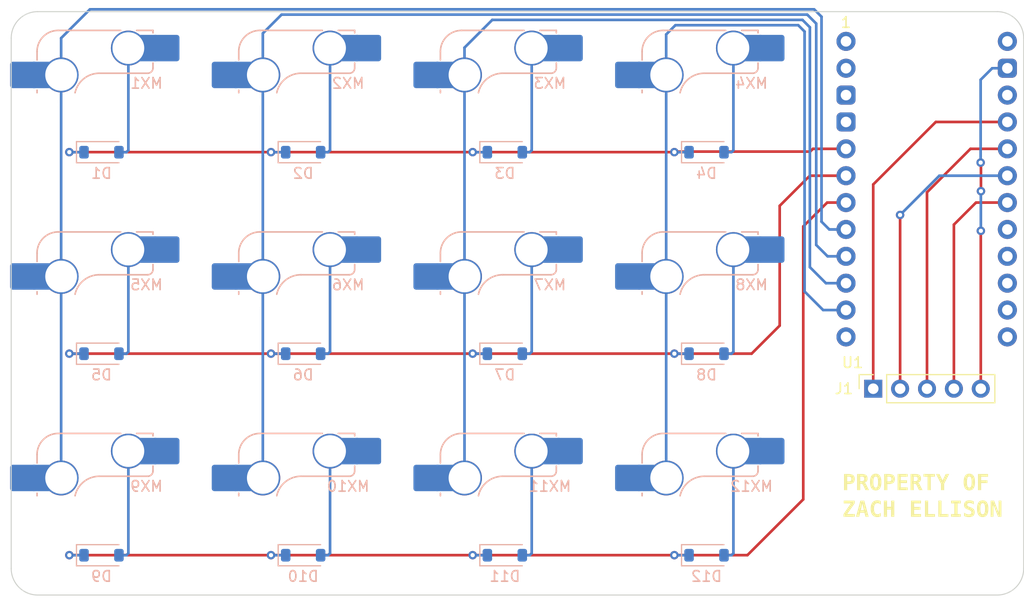
<source format=kicad_pcb>
(kicad_pcb (version 20221018) (generator pcbnew)
  (layers (0 "F.Cu" signal) (31 "B.Cu" signal) (34 "B.Paste" user) (35 "F.Paste" user) (36 "B.SilkS" user "B.Silkscreen") (37 "F.SilkS" user "F.Silkscreen") (38 "B.Mask" user) (39 "F.Mask" user) (44 "Edge.Cuts" user))
  (net 0 "")
  (net 1 "/ROW0")
  (net 2 "Net-(D1-A)")
  (net 3 "Net-(D2-A)")
  (net 4 "Net-(D3-A)")
  (net 5 "Net-(D4-A)")
  (net 6 "/ROW1")
  (net 7 "Net-(D5-A)")
  (net 8 "Net-(D6-A)")
  (net 9 "Net-(D7-A)")
  (net 10 "Net-(D8-A)")
  (net 11 "/ROW2")
  (net 12 "Net-(D9-A)")
  (net 13 "Net-(D10-A)")
  (net 14 "Net-(D11-A)")
  (net 15 "Net-(D12-A)")
  (net 16 "/COL0")
  (net 17 "/COL1")
  (net 18 "/COL2")
  (net 19 "/COL3")
  (net 32 "+3.3V")
  (net 33 "/SDA")
  (net 34 "/SCL")
  (net 35 "/INT")
  (net 36 "GND")
  (footprint "Connector_PinSocket_2.54mm:PinSocket_1x05_P2.54mm_Vertical" (layer "F.Cu") (at 144.33375 91.415 90)
    (fp_text reference "J1" (at 0 -2.77) (layer "F.SilkS"))
    (fp_text value "Conn_01x05_Socket")
    (pad "1" thru_hole rect (at 0 0 90) (size 1.7 1.7) (drill 1) (layers "*.Cu" "*.Mask") (net 32 "+3.3V"))
    (pad "2" thru_hole oval (at 0 2.54 90) (size 1.7 1.7) (drill 1) (layers "*.Cu" "*.Mask") (net 33 "/SDA"))
    (pad "3" thru_hole oval (at 0 5.08 90) (size 1.7 1.7) (drill 1) (layers "*.Cu" "*.Mask") (net 34 "/SCL"))
    (pad "4" thru_hole oval (at 0 7.62 90) (size 1.7 1.7) (drill 1) (layers "*.Cu" "*.Mask") (net 35 "/INT"))
    (pad "5" thru_hole oval (at 0 10.16 90) (size 1.7 1.7) (drill 1) (layers "*.Cu" "*.Mask") (net 36 "GND"))
  )
  (footprint "marbastlib-xp-promicroish:ProMicro_USBup" (layer "F.Cu") (at 149.38375 72.54875)
    (fp_text reference "U1" (at -7 16.4 unlocked) (layer "F.SilkS"))
    (fp_text value "ProMicro")
    (fp_text user "1" (at -7.62 -15.17) (layer "F.SilkS") (effects (justify bottom)))
    (pad "1" thru_hole circle (at -7.62 -13.97) (size 1.8 1.8) (drill 1) (layers "*.Cu" "B.Mask"))
    (pad "2" thru_hole circle (at -7.62 -11.43) (size 1.8 1.8) (drill 1) (layers "*.Cu" "B.Mask"))
    (pad "3" thru_hole roundrect (at -7.62 -8.89) (size 1.8 1.8) (drill 1) (layers "*.Cu" "B.Mask"))
    (pad "4" thru_hole roundrect (at -7.62 -6.35) (size 1.8 1.8) (drill 1) (layers "*.Cu" "B.Mask"))
    (pad "5" thru_hole circle (at -7.62 -3.81) (size 1.8 1.8) (drill 1) (layers "*.Cu" "B.Mask") (net 1 "/ROW0"))
    (pad "6" thru_hole circle (at -7.62 -1.27) (size 1.8 1.8) (drill 1) (layers "*.Cu" "B.Mask") (net 6 "/ROW1"))
    (pad "7" thru_hole circle (at -7.62 1.27) (size 1.8 1.8) (drill 1) (layers "*.Cu" "B.Mask") (net 11 "/ROW2"))
    (pad "8" thru_hole circle (at -7.62 3.81) (size 1.8 1.8) (drill 1) (layers "*.Cu" "B.Mask") (net 16 "/COL0"))
    (pad "9" thru_hole circle (at -7.62 6.35) (size 1.8 1.8) (drill 1) (layers "*.Cu" "B.Mask") (net 17 "/COL1"))
    (pad "10" thru_hole circle (at -7.62 8.89) (size 1.8 1.8) (drill 1) (layers "*.Cu" "B.Mask") (net 18 "/COL2"))
    (pad "11" thru_hole circle (at -7.62 11.43) (size 1.8 1.8) (drill 1) (layers "*.Cu" "B.Mask") (net 19 "/COL3"))
    (pad "12" thru_hole circle (at -7.62 13.97) (size 1.8 1.8) (drill 1) (layers "*.Cu" "B.Mask"))
    (pad "13" thru_hole circle (at 7.62 -13.97) (size 1.8 1.8) (drill 1) (layers "*.Cu" "B.Mask"))
    (pad "14" thru_hole roundrect (at 7.62 -11.43) (size 1.8 1.8) (drill 1) (layers "*.Cu" "B.Mask") (net 36 "GND"))
    (pad "15" thru_hole circle (at 7.62 -8.89) (size 1.8 1.8) (drill 1) (layers "*.Cu" "B.Mask"))
    (pad "16" thru_hole circle (at 7.62 -6.35) (size 1.8 1.8) (drill 1) (layers "*.Cu" "B.Mask") (net 32 "+3.3V"))
    (pad "17" thru_hole circle (at 7.62 -3.81) (size 1.8 1.8) (drill 1) (layers "*.Cu" "B.Mask") (net 34 "/SCL"))
    (pad "18" thru_hole circle (at 7.62 -1.27) (size 1.8 1.8) (drill 1) (layers "*.Cu" "B.Mask") (net 33 "/SDA"))
    (pad "19" thru_hole circle (at 7.62 1.27) (size 1.8 1.8) (drill 1) (layers "*.Cu" "B.Mask") (net 35 "/INT"))
    (pad "20" thru_hole circle (at 7.62 3.81) (size 1.8 1.8) (drill 1) (layers "*.Cu" "B.Mask"))
    (pad "21" thru_hole circle (at 7.62 6.35) (size 1.8 1.8) (drill 1) (layers "*.Cu" "B.Mask"))
    (pad "22" thru_hole circle (at 7.62 8.89) (size 1.8 1.8) (drill 1) (layers "*.Cu" "B.Mask"))
    (pad "23" thru_hole circle (at 7.62 11.43) (size 1.8 1.8) (drill 1) (layers "*.Cu" "B.Mask"))
    (pad "24" thru_hole circle (at 7.62 13.97) (size 1.8 1.8) (drill 1) (layers "*.Cu" "B.Mask"))
  )
  (footprint "marbastlib-mx:SW_MX_HS_1u" (layer "B.Cu") (at 71.4375 64.29375 180)
    (fp_text reference "MX1" (at -4.25 1.75) (layer "B.SilkS") (effects (justify mirror)))
    (fp_text value "MX_SW_HS" hide)
    (pad "" np_thru_hole circle (at -5.08 0 180) (size 1.75 1.75) (drill 1.75) (layers "*.Cu" "*.Mask"))
    (pad "" np_thru_hole circle (at 0 0 180) (size 3.9878 3.9878) (drill 3.9878) (layers "*.Cu" "*.Mask"))
    (pad "" np_thru_hole circle (at 5.08 0 180) (size 1.75 1.75) (drill 1.75) (layers "*.Cu" "*.Mask"))
    (pad "1" thru_hole circle (at 3.81 2.54 180) (size 3.3 3.3) (drill 3) (layers "*.Cu" "*.Mask") (net 16 "/COL0"))
    (pad "1" smd rect (at 5.635 2.54) (size 1.65 2.5) (layers "B.Cu") (net 16 "/COL0"))
    (pad "1" smd roundrect (at 7.36 2.54 180) (size 2.55 2.5) (layers "B.Cu" "B.Paste" "B.Mask") (roundrect_rratio 0.1) (net 16 "/COL0"))
    (pad "2" smd roundrect (at -6.09 5.08 180) (size 2.55 2.5) (layers "B.Cu" "B.Paste" "B.Mask") (roundrect_rratio 0.1) (net 2 "Net-(D1-A)"))
    (pad "2" smd rect (at -4.34 5.08 180) (size 1.65 2.5) (layers "B.Cu") (net 2 "Net-(D1-A)"))
    (pad "2" thru_hole circle (at -2.54 5.08 180) (size 3.3 3.3) (drill 3) (layers "*.Cu" "*.Mask") (net 2 "Net-(D1-A)"))
  )
  (footprint "marbastlib-mx:SW_MX_HS_1u" (layer "B.Cu") (at 71.4375 102.39375 180)
    (fp_text reference "MX9" (at -4.25 1.75) (layer "B.SilkS") (effects (justify mirror)))
    (fp_text value "MX_SW_HS" hide)
    (pad "" np_thru_hole circle (at -5.08 0 180) (size 1.75 1.75) (drill 1.75) (layers "*.Cu" "*.Mask"))
    (pad "" np_thru_hole circle (at 0 0 180) (size 3.9878 3.9878) (drill 3.9878) (layers "*.Cu" "*.Mask"))
    (pad "" np_thru_hole circle (at 5.08 0 180) (size 1.75 1.75) (drill 1.75) (layers "*.Cu" "*.Mask"))
    (pad "1" thru_hole circle (at 3.81 2.54 180) (size 3.3 3.3) (drill 3) (layers "*.Cu" "*.Mask") (net 16 "/COL0"))
    (pad "1" smd rect (at 5.635 2.54) (size 1.65 2.5) (layers "B.Cu") (net 16 "/COL0"))
    (pad "1" smd roundrect (at 7.36 2.54 180) (size 2.55 2.5) (layers "B.Cu" "B.Paste" "B.Mask") (roundrect_rratio 0.1) (net 16 "/COL0"))
    (pad "2" smd roundrect (at -6.09 5.08 180) (size 2.55 2.5) (layers "B.Cu" "B.Paste" "B.Mask") (roundrect_rratio 0.1) (net 12 "Net-(D9-A)"))
    (pad "2" smd rect (at -4.34 5.08 180) (size 1.65 2.5) (layers "B.Cu") (net 12 "Net-(D9-A)"))
    (pad "2" thru_hole circle (at -2.54 5.08 180) (size 3.3 3.3) (drill 3) (layers "*.Cu" "*.Mask") (net 12 "Net-(D9-A)"))
  )
  (footprint "marbastlib-mx:SW_MX_HS_1u" (layer "B.Cu") (at 128.5875 102.39375 180)
    (fp_text reference "MX12" (at -4.25 1.75) (layer "B.SilkS") (effects (justify mirror)))
    (fp_text value "MX_SW_HS" hide)
    (pad "" np_thru_hole circle (at -5.08 0 180) (size 1.75 1.75) (drill 1.75) (layers "*.Cu" "*.Mask"))
    (pad "" np_thru_hole circle (at 0 0 180) (size 3.9878 3.9878) (drill 3.9878) (layers "*.Cu" "*.Mask"))
    (pad "" np_thru_hole circle (at 5.08 0 180) (size 1.75 1.75) (drill 1.75) (layers "*.Cu" "*.Mask"))
    (pad "1" thru_hole circle (at 3.81 2.54 180) (size 3.3 3.3) (drill 3) (layers "*.Cu" "*.Mask") (net 19 "/COL3"))
    (pad "1" smd rect (at 5.635 2.54) (size 1.65 2.5) (layers "B.Cu") (net 19 "/COL3"))
    (pad "1" smd roundrect (at 7.36 2.54 180) (size 2.55 2.5) (layers "B.Cu" "B.Paste" "B.Mask") (roundrect_rratio 0.1) (net 19 "/COL3"))
    (pad "2" smd roundrect (at -6.09 5.08 180) (size 2.55 2.5) (layers "B.Cu" "B.Paste" "B.Mask") (roundrect_rratio 0.1) (net 15 "Net-(D12-A)"))
    (pad "2" smd rect (at -4.34 5.08 180) (size 1.65 2.5) (layers "B.Cu") (net 15 "Net-(D12-A)"))
    (pad "2" thru_hole circle (at -2.54 5.08 180) (size 3.3 3.3) (drill 3) (layers "*.Cu" "*.Mask") (net 15 "Net-(D12-A)"))
  )
  (footprint "Diode_SMD:D_SOD-123" (layer "B.Cu") (at 128.5875 69.05625)
    (fp_text reference "D4" (at 0 2) (layer "B.SilkS") (effects (justify mirror)))
    (fp_text value "D_Small")
    (pad "1" smd roundrect (at -1.65 0) (size 0.9 1.2) (layers "B.Cu" "B.Paste" "B.Mask") (net 1 "/ROW0"))
    (pad "2" smd roundrect (at 1.65 0) (size 0.9 1.2) (layers "B.Cu" "B.Paste" "B.Mask") (net 5 "Net-(D4-A)"))
  )
  (footprint "Diode_SMD:D_SOD-123" (layer "B.Cu") (at 128.5875 88.10625)
    (fp_text reference "D8" (at 0 2) (layer "B.SilkS") (effects (justify mirror)))
    (fp_text value "D_Small")
    (pad "1" smd roundrect (at -1.65 0) (size 0.9 1.2) (layers "B.Cu" "B.Paste" "B.Mask") (net 6 "/ROW1"))
    (pad "2" smd roundrect (at 1.65 0) (size 0.9 1.2) (layers "B.Cu" "B.Paste" "B.Mask") (net 10 "Net-(D8-A)"))
  )
  (footprint "marbastlib-mx:SW_MX_HS_1u" (layer "B.Cu") (at 71.4375 83.34375 180)
    (fp_text reference "MX5" (at -4.25 1.75) (layer "B.SilkS") (effects (justify mirror)))
    (fp_text value "MX_SW_HS" hide)
    (pad "" np_thru_hole circle (at -5.08 0 180) (size 1.75 1.75) (drill 1.75) (layers "*.Cu" "*.Mask"))
    (pad "" np_thru_hole circle (at 0 0 180) (size 3.9878 3.9878) (drill 3.9878) (layers "*.Cu" "*.Mask"))
    (pad "" np_thru_hole circle (at 5.08 0 180) (size 1.75 1.75) (drill 1.75) (layers "*.Cu" "*.Mask"))
    (pad "1" thru_hole circle (at 3.81 2.54 180) (size 3.3 3.3) (drill 3) (layers "*.Cu" "*.Mask") (net 16 "/COL0"))
    (pad "1" smd rect (at 5.635 2.54) (size 1.65 2.5) (layers "B.Cu") (net 16 "/COL0"))
    (pad "1" smd roundrect (at 7.36 2.54 180) (size 2.55 2.5) (layers "B.Cu" "B.Paste" "B.Mask") (roundrect_rratio 0.1) (net 16 "/COL0"))
    (pad "2" smd roundrect (at -6.09 5.08 180) (size 2.55 2.5) (layers "B.Cu" "B.Paste" "B.Mask") (roundrect_rratio 0.1) (net 7 "Net-(D5-A)"))
    (pad "2" smd rect (at -4.34 5.08 180) (size 1.65 2.5) (layers "B.Cu") (net 7 "Net-(D5-A)"))
    (pad "2" thru_hole circle (at -2.54 5.08 180) (size 3.3 3.3) (drill 3) (layers "*.Cu" "*.Mask") (net 7 "Net-(D5-A)"))
  )
  (footprint "Diode_SMD:D_SOD-123" (layer "B.Cu") (at 71.4375 107.15625)
    (fp_text reference "D9" (at 0 2) (layer "B.SilkS") (effects (justify mirror)))
    (fp_text value "D_Small")
    (pad "1" smd roundrect (at -1.65 0) (size 0.9 1.2) (layers "B.Cu" "B.Paste" "B.Mask") (net 11 "/ROW2"))
    (pad "2" smd roundrect (at 1.65 0) (size 0.9 1.2) (layers "B.Cu" "B.Paste" "B.Mask") (net 12 "Net-(D9-A)"))
  )
  (footprint "Diode_SMD:D_SOD-123" (layer "B.Cu") (at 71.4375 69.05625)
    (fp_text reference "D1" (at 0 2) (layer "B.SilkS") (effects (justify mirror)))
    (fp_text value "D_Small")
    (pad "1" smd roundrect (at -1.65 0) (size 0.9 1.2) (layers "B.Cu" "B.Paste" "B.Mask") (net 1 "/ROW0"))
    (pad "2" smd roundrect (at 1.65 0) (size 0.9 1.2) (layers "B.Cu" "B.Paste" "B.Mask") (net 2 "Net-(D1-A)"))
  )
  (footprint "marbastlib-mx:SW_MX_HS_1u" (layer "B.Cu") (at 109.5375 83.34375 180)
    (fp_text reference "MX7" (at -4.25 1.75) (layer "B.SilkS") (effects (justify mirror)))
    (fp_text value "MX_SW_HS" hide)
    (pad "" np_thru_hole circle (at -5.08 0 180) (size 1.75 1.75) (drill 1.75) (layers "*.Cu" "*.Mask"))
    (pad "" np_thru_hole circle (at 0 0 180) (size 3.9878 3.9878) (drill 3.9878) (layers "*.Cu" "*.Mask"))
    (pad "" np_thru_hole circle (at 5.08 0 180) (size 1.75 1.75) (drill 1.75) (layers "*.Cu" "*.Mask"))
    (pad "1" thru_hole circle (at 3.81 2.54 180) (size 3.3 3.3) (drill 3) (layers "*.Cu" "*.Mask") (net 18 "/COL2"))
    (pad "1" smd rect (at 5.635 2.54) (size 1.65 2.5) (layers "B.Cu") (net 18 "/COL2"))
    (pad "1" smd roundrect (at 7.36 2.54 180) (size 2.55 2.5) (layers "B.Cu" "B.Paste" "B.Mask") (roundrect_rratio 0.1) (net 18 "/COL2"))
    (pad "2" smd roundrect (at -6.09 5.08 180) (size 2.55 2.5) (layers "B.Cu" "B.Paste" "B.Mask") (roundrect_rratio 0.1) (net 9 "Net-(D7-A)"))
    (pad "2" smd rect (at -4.34 5.08 180) (size 1.65 2.5) (layers "B.Cu") (net 9 "Net-(D7-A)"))
    (pad "2" thru_hole circle (at -2.54 5.08 180) (size 3.3 3.3) (drill 3) (layers "*.Cu" "*.Mask") (net 9 "Net-(D7-A)"))
  )
  (footprint "Diode_SMD:D_SOD-123" (layer "B.Cu") (at 90.4875 107.15625)
    (fp_text reference "D10" (at 0 2) (layer "B.SilkS") (effects (justify mirror)))
    (fp_text value "D_Small")
    (pad "1" smd roundrect (at -1.65 0) (size 0.9 1.2) (layers "B.Cu" "B.Paste" "B.Mask") (net 11 "/ROW2"))
    (pad "2" smd roundrect (at 1.65 0) (size 0.9 1.2) (layers "B.Cu" "B.Paste" "B.Mask") (net 13 "Net-(D10-A)"))
  )
  (footprint "Diode_SMD:D_SOD-123" (layer "B.Cu") (at 71.4375 88.10625)
    (fp_text reference "D5" (at 0 2) (layer "B.SilkS") (effects (justify mirror)))
    (fp_text value "D_Small")
    (pad "1" smd roundrect (at -1.65 0) (size 0.9 1.2) (layers "B.Cu" "B.Paste" "B.Mask") (net 6 "/ROW1"))
    (pad "2" smd roundrect (at 1.65 0) (size 0.9 1.2) (layers "B.Cu" "B.Paste" "B.Mask") (net 7 "Net-(D5-A)"))
  )
  (footprint "marbastlib-mx:SW_MX_HS_1u" (layer "B.Cu") (at 90.4875 64.29375 180)
    (fp_text reference "MX2" (at -4.25 1.75) (layer "B.SilkS") (effects (justify mirror)))
    (fp_text value "MX_SW_HS" hide)
    (pad "" np_thru_hole circle (at -5.08 0 180) (size 1.75 1.75) (drill 1.75) (layers "*.Cu" "*.Mask"))
    (pad "" np_thru_hole circle (at 0 0 180) (size 3.9878 3.9878) (drill 3.9878) (layers "*.Cu" "*.Mask"))
    (pad "" np_thru_hole circle (at 5.08 0 180) (size 1.75 1.75) (drill 1.75) (layers "*.Cu" "*.Mask"))
    (pad "1" thru_hole circle (at 3.81 2.54 180) (size 3.3 3.3) (drill 3) (layers "*.Cu" "*.Mask") (net 17 "/COL1"))
    (pad "1" smd rect (at 5.635 2.54) (size 1.65 2.5) (layers "B.Cu") (net 17 "/COL1"))
    (pad "1" smd roundrect (at 7.36 2.54 180) (size 2.55 2.5) (layers "B.Cu" "B.Paste" "B.Mask") (roundrect_rratio 0.1) (net 17 "/COL1"))
    (pad "2" smd roundrect (at -6.09 5.08 180) (size 2.55 2.5) (layers "B.Cu" "B.Paste" "B.Mask") (roundrect_rratio 0.1) (net 3 "Net-(D2-A)"))
    (pad "2" smd rect (at -4.34 5.08 180) (size 1.65 2.5) (layers "B.Cu") (net 3 "Net-(D2-A)"))
    (pad "2" thru_hole circle (at -2.54 5.08 180) (size 3.3 3.3) (drill 3) (layers "*.Cu" "*.Mask") (net 3 "Net-(D2-A)"))
  )
  (footprint "marbastlib-mx:SW_MX_HS_1u" (layer "B.Cu") (at 109.5375 64.29375 180)
    (fp_text reference "MX3" (at -4.25 1.75) (layer "B.SilkS") (effects (justify mirror)))
    (fp_text value "MX_SW_HS" hide)
    (pad "" np_thru_hole circle (at -5.08 0 180) (size 1.75 1.75) (drill 1.75) (layers "*.Cu" "*.Mask"))
    (pad "" np_thru_hole circle (at 0 0 180) (size 3.9878 3.9878) (drill 3.9878) (layers "*.Cu" "*.Mask"))
    (pad "" np_thru_hole circle (at 5.08 0 180) (size 1.75 1.75) (drill 1.75) (layers "*.Cu" "*.Mask"))
    (pad "1" thru_hole circle (at 3.81 2.54 180) (size 3.3 3.3) (drill 3) (layers "*.Cu" "*.Mask") (net 18 "/COL2"))
    (pad "1" smd rect (at 5.635 2.54) (size 1.65 2.5) (layers "B.Cu") (net 18 "/COL2"))
    (pad "1" smd roundrect (at 7.36 2.54 180) (size 2.55 2.5) (layers "B.Cu" "B.Paste" "B.Mask") (roundrect_rratio 0.1) (net 18 "/COL2"))
    (pad "2" smd roundrect (at -6.09 5.08 180) (size 2.55 2.5) (layers "B.Cu" "B.Paste" "B.Mask") (roundrect_rratio 0.1) (net 4 "Net-(D3-A)"))
    (pad "2" smd rect (at -4.34 5.08 180) (size 1.65 2.5) (layers "B.Cu") (net 4 "Net-(D3-A)"))
    (pad "2" thru_hole circle (at -2.54 5.08 180) (size 3.3 3.3) (drill 3) (layers "*.Cu" "*.Mask") (net 4 "Net-(D3-A)"))
  )
  (footprint "Diode_SMD:D_SOD-123" (layer "B.Cu") (at 109.5375 88.10625)
    (fp_text reference "D7" (at 0 2) (layer "B.SilkS") (effects (justify mirror)))
    (fp_text value "D_Small")
    (pad "1" smd roundrect (at -1.65 0) (size 0.9 1.2) (layers "B.Cu" "B.Paste" "B.Mask") (net 6 "/ROW1"))
    (pad "2" smd roundrect (at 1.65 0) (size 0.9 1.2) (layers "B.Cu" "B.Paste" "B.Mask") (net 9 "Net-(D7-A)"))
  )
  (footprint "marbastlib-mx:SW_MX_HS_1u" (layer "B.Cu") (at 128.5875 83.34375 180)
    (fp_text reference "MX8" (at -4.25 1.75) (layer "B.SilkS") (effects (justify mirror)))
    (fp_text value "MX_SW_HS" hide)
    (pad "" np_thru_hole circle (at -5.08 0 180) (size 1.75 1.75) (drill 1.75) (layers "*.Cu" "*.Mask"))
    (pad "" np_thru_hole circle (at 0 0 180) (size 3.9878 3.9878) (drill 3.9878) (layers "*.Cu" "*.Mask"))
    (pad "" np_thru_hole circle (at 5.08 0 180) (size 1.75 1.75) (drill 1.75) (layers "*.Cu" "*.Mask"))
    (pad "1" thru_hole circle (at 3.81 2.54 180) (size 3.3 3.3) (drill 3) (layers "*.Cu" "*.Mask") (net 19 "/COL3"))
    (pad "1" smd rect (at 5.635 2.54) (size 1.65 2.5) (layers "B.Cu") (net 19 "/COL3"))
    (pad "1" smd roundrect (at 7.36 2.54 180) (size 2.55 2.5) (layers "B.Cu" "B.Paste" "B.Mask") (roundrect_rratio 0.1) (net 19 "/COL3"))
    (pad "2" smd roundrect (at -6.09 5.08 180) (size 2.55 2.5) (layers "B.Cu" "B.Paste" "B.Mask") (roundrect_rratio 0.1) (net 10 "Net-(D8-A)"))
    (pad "2" smd rect (at -4.34 5.08 180) (size 1.65 2.5) (layers "B.Cu") (net 10 "Net-(D8-A)"))
    (pad "2" thru_hole circle (at -2.54 5.08 180) (size 3.3 3.3) (drill 3) (layers "*.Cu" "*.Mask") (net 10 "Net-(D8-A)"))
  )
  (footprint "marbastlib-mx:SW_MX_HS_1u" (layer "B.Cu") (at 128.5875 64.29375 180)
    (fp_text reference "MX4" (at -4.25 1.75) (layer "B.SilkS") (effects (justify mirror)))
    (fp_text value "MX_SW_HS" hide)
    (pad "" np_thru_hole circle (at -5.08 0 180) (size 1.75 1.75) (drill 1.75) (layers "*.Cu" "*.Mask"))
    (pad "" np_thru_hole circle (at 0 0 180) (size 3.9878 3.9878) (drill 3.9878) (layers "*.Cu" "*.Mask"))
    (pad "" np_thru_hole circle (at 5.08 0 180) (size 1.75 1.75) (drill 1.75) (layers "*.Cu" "*.Mask"))
    (pad "1" thru_hole circle (at 3.81 2.54 180) (size 3.3 3.3) (drill 3) (layers "*.Cu" "*.Mask") (net 19 "/COL3"))
    (pad "1" smd rect (at 5.635 2.54) (size 1.65 2.5) (layers "B.Cu") (net 19 "/COL3"))
    (pad "1" smd roundrect (at 7.36 2.54 180) (size 2.55 2.5) (layers "B.Cu" "B.Paste" "B.Mask") (roundrect_rratio 0.1) (net 19 "/COL3"))
    (pad "2" smd roundrect (at -6.09 5.08 180) (size 2.55 2.5) (layers "B.Cu" "B.Paste" "B.Mask") (roundrect_rratio 0.1) (net 5 "Net-(D4-A)"))
    (pad "2" smd rect (at -4.34 5.08 180) (size 1.65 2.5) (layers "B.Cu") (net 5 "Net-(D4-A)"))
    (pad "2" thru_hole circle (at -2.54 5.08 180) (size 3.3 3.3) (drill 3) (layers "*.Cu" "*.Mask") (net 5 "Net-(D4-A)"))
  )
  (footprint "marbastlib-mx:SW_MX_HS_1u" (layer "B.Cu") (at 109.5375 102.39375 180)
    (fp_text reference "MX11" (at -4.25 1.75) (layer "B.SilkS") (effects (justify mirror)))
    (fp_text value "MX_SW_HS" hide)
    (pad "" np_thru_hole circle (at -5.08 0 180) (size 1.75 1.75) (drill 1.75) (layers "*.Cu" "*.Mask"))
    (pad "" np_thru_hole circle (at 0 0 180) (size 3.9878 3.9878) (drill 3.9878) (layers "*.Cu" "*.Mask"))
    (pad "" np_thru_hole circle (at 5.08 0 180) (size 1.75 1.75) (drill 1.75) (layers "*.Cu" "*.Mask"))
    (pad "1" thru_hole circle (at 3.81 2.54 180) (size 3.3 3.3) (drill 3) (layers "*.Cu" "*.Mask") (net 18 "/COL2"))
    (pad "1" smd rect (at 5.635 2.54) (size 1.65 2.5) (layers "B.Cu") (net 18 "/COL2"))
    (pad "1" smd roundrect (at 7.36 2.54 180) (size 2.55 2.5) (layers "B.Cu" "B.Paste" "B.Mask") (roundrect_rratio 0.1) (net 18 "/COL2"))
    (pad "2" smd roundrect (at -6.09 5.08 180) (size 2.55 2.5) (layers "B.Cu" "B.Paste" "B.Mask") (roundrect_rratio 0.1) (net 14 "Net-(D11-A)"))
    (pad "2" smd rect (at -4.34 5.08 180) (size 1.65 2.5) (layers "B.Cu") (net 14 "Net-(D11-A)"))
    (pad "2" thru_hole circle (at -2.54 5.08 180) (size 3.3 3.3) (drill 3) (layers "*.Cu" "*.Mask") (net 14 "Net-(D11-A)"))
  )
  (footprint "Diode_SMD:D_SOD-123" (layer "B.Cu") (at 128.5875 107.15625)
    (fp_text reference "D12" (at 0 2) (layer "B.SilkS") (effects (justify mirror)))
    (fp_text value "D_Small")
    (pad "1" smd roundrect (at -1.65 0) (size 0.9 1.2) (layers "B.Cu" "B.Paste" "B.Mask") (net 11 "/ROW2"))
    (pad "2" smd roundrect (at 1.65 0) (size 0.9 1.2) (layers "B.Cu" "B.Paste" "B.Mask") (net 15 "Net-(D12-A)"))
  )
  (footprint "marbastlib-mx:SW_MX_HS_1u" (layer "B.Cu") (at 90.4875 83.34375 180)
    (fp_text reference "MX6" (at -4.25 1.75) (layer "B.SilkS") (effects (justify mirror)))
    (fp_text value "MX_SW_HS" hide)
    (pad "" np_thru_hole circle (at -5.08 0 180) (size 1.75 1.75) (drill 1.75) (layers "*.Cu" "*.Mask"))
    (pad "" np_thru_hole circle (at 0 0 180) (size 3.9878 3.9878) (drill 3.9878) (layers "*.Cu" "*.Mask"))
    (pad "" np_thru_hole circle (at 5.08 0 180) (size 1.75 1.75) (drill 1.75) (layers "*.Cu" "*.Mask"))
    (pad "1" thru_hole circle (at 3.81 2.54 180) (size 3.3 3.3) (drill 3) (layers "*.Cu" "*.Mask") (net 17 "/COL1"))
    (pad "1" smd rect (at 5.635 2.54) (size 1.65 2.5) (layers "B.Cu") (net 17 "/COL1"))
    (pad "1" smd roundrect (at 7.36 2.54 180) (size 2.55 2.5) (layers "B.Cu" "B.Paste" "B.Mask") (roundrect_rratio 0.1) (net 17 "/COL1"))
    (pad "2" smd roundrect (at -6.09 5.08 180) (size 2.55 2.5) (layers "B.Cu" "B.Paste" "B.Mask") (roundrect_rratio 0.1) (net 8 "Net-(D6-A)"))
    (pad "2" smd rect (at -4.34 5.08 180) (size 1.65 2.5) (layers "B.Cu") (net 8 "Net-(D6-A)"))
    (pad "2" thru_hole circle (at -2.54 5.08 180) (size 3.3 3.3) (drill 3) (layers "*.Cu" "*.Mask") (net 8 "Net-(D6-A)"))
  )
  (footprint "Diode_SMD:D_SOD-123" (layer "B.Cu") (at 109.5375 107.15625)
    (fp_text reference "D11" (at 0 2) (layer "B.SilkS") (effects (justify mirror)))
    (fp_text value "D_Small")
    (pad "1" smd roundrect (at -1.65 0) (size 0.9 1.2) (layers "B.Cu" "B.Paste" "B.Mask") (net 11 "/ROW2"))
    (pad "2" smd roundrect (at 1.65 0) (size 0.9 1.2) (layers "B.Cu" "B.Paste" "B.Mask") (net 14 "Net-(D11-A)"))
  )
  (footprint "Diode_SMD:D_SOD-123" (layer "B.Cu") (at 90.4875 88.10625)
    (fp_text reference "D6" (at 0 2) (layer "B.SilkS") (effects (justify mirror)))
    (fp_text value "D_Small")
    (pad "1" smd roundrect (at -1.65 0) (size 0.9 1.2) (layers "B.Cu" "B.Paste" "B.Mask") (net 6 "/ROW1"))
    (pad "2" smd roundrect (at 1.65 0) (size 0.9 1.2) (layers "B.Cu" "B.Paste" "B.Mask") (net 8 "Net-(D6-A)"))
  )
  (footprint "Diode_SMD:D_SOD-123" (layer "B.Cu") (at 109.5375 69.05625)
    (fp_text reference "D3" (at 0 2) (layer "B.SilkS") (effects (justify mirror)))
    (fp_text value "D_Small")
    (pad "1" smd roundrect (at -1.65 0) (size 0.9 1.2) (layers "B.Cu" "B.Paste" "B.Mask") (net 1 "/ROW0"))
    (pad "2" smd roundrect (at 1.65 0) (size 0.9 1.2) (layers "B.Cu" "B.Paste" "B.Mask") (net 4 "Net-(D3-A)"))
  )
  (footprint "marbastlib-mx:SW_MX_HS_1u" (layer "B.Cu") (at 90.4875 102.39375 180)
    (fp_text reference "MX10" (at -4.25 1.75) (layer "B.SilkS") (effects (justify mirror)))
    (fp_text value "MX_SW_HS" hide)
    (pad "" np_thru_hole circle (at -5.08 0 180) (size 1.75 1.75) (drill 1.75) (layers "*.Cu" "*.Mask"))
    (pad "" np_thru_hole circle (at 0 0 180) (size 3.9878 3.9878) (drill 3.9878) (layers "*.Cu" "*.Mask"))
    (pad "" np_thru_hole circle (at 5.08 0 180) (size 1.75 1.75) (drill 1.75) (layers "*.Cu" "*.Mask"))
    (pad "1" thru_hole circle (at 3.81 2.54 180) (size 3.3 3.3) (drill 3) (layers "*.Cu" "*.Mask") (net 17 "/COL1"))
    (pad "1" smd rect (at 5.635 2.54) (size 1.65 2.5) (layers "B.Cu") (net 17 "/COL1"))
    (pad "1" smd roundrect (at 7.36 2.54 180) (size 2.55 2.5) (layers "B.Cu" "B.Paste" "B.Mask") (roundrect_rratio 0.1) (net 17 "/COL1"))
    (pad "2" smd roundrect (at -6.09 5.08 180) (size 2.55 2.5) (layers "B.Cu" "B.Paste" "B.Mask") (roundrect_rratio 0.1) (net 13 "Net-(D10-A)"))
    (pad "2" smd rect (at -4.34 5.08 180) (size 1.65 2.5) (layers "B.Cu") (net 13 "Net-(D10-A)"))
    (pad "2" thru_hole circle (at -2.54 5.08 180) (size 3.3 3.3) (drill 3) (layers "*.Cu" "*.Mask") (net 13 "Net-(D10-A)"))
  )
  (footprint "Diode_SMD:D_SOD-123" (layer "B.Cu") (at 90.4875 69.05625)
    (fp_text reference "D2" (at 0 2) (layer "B.SilkS") (effects (justify mirror)))
    (fp_text value "D_Small")
    (pad "1" smd roundrect (at -1.65 0) (size 0.9 1.2) (layers "B.Cu" "B.Paste" "B.Mask") (net 1 "/ROW0"))
    (pad "2" smd roundrect (at 1.65 0) (size 0.9 1.2) (layers "B.Cu" "B.Paste" "B.Mask") (net 3 "Net-(D2-A)"))
  )
  (gr_line (start 65.4125 55.76875) (end 156.04375 55.76875) (stroke (width 0.1)) (layer "Edge.Cuts"))
  (gr_arc (start 156.04375 55.76875) (mid 157.811532 56.500968) (end 158.54375 58.26875) (stroke (width 0.1)) (layer "Edge.Cuts"))
  (gr_line (start 62.9125 108.41875) (end 62.9125 58.26875) (stroke (width 0.1)) (layer "Edge.Cuts"))
  (gr_line (start 158.54375 58.26875) (end 158.54375 108.41875) (stroke (width 0.1)) (layer "Edge.Cuts"))
  (gr_arc (start 65.4125 110.91875) (mid 63.644733 110.186517) (end 62.9125 108.41875) (stroke (width 0.1)) (layer "Edge.Cuts"))
  (gr_arc (start 62.9125 58.26875) (mid 63.644733 56.500983) (end 65.4125 55.76875) (stroke (width 0.1)) (layer "Edge.Cuts"))
  (gr_line (start 156.04375 110.91875) (end 65.4125 110.91875) (stroke (width 0.1)) (layer "Edge.Cuts"))
  (gr_arc (start 158.54375 108.41875) (mid 157.811532 110.186532) (end 156.04375 110.91875) (stroke (width 0.1)) (layer "Edge.Cuts"))
  (gr_text "PROPERTY OF\nZACH ELLISON" (at 141.41 103.78) (layer "F.SilkS") (effects (font (size 1.5 1.5) (thickness 0.3) bold) (justify left bottom)))
  (segment (start 138.375 69) (end 138.63625 68.73875) (width 0.25) (layer "F.Cu") (net 1))
  (segment (start 125.6 69) (end 138.375 69) (width 0.25) (layer "F.Cu") (net 1))
  (segment (start 125.55 69.05) (end 68.4 69.05) (width 0.25) (layer "F.Cu") (net 1))
  (segment (start 138.63625 68.73875) (end 141.76375 68.73875) (width 0.25) (layer "F.Cu") (net 1))
  (segment (start 125.55 69.05) (end 125.6 69) (width 0.25) (layer "F.Cu") (net 1))
  (via (at 125.55 69.05) (size 0.8) (drill 0.4) (layers "F.Cu" "B.Cu") (net 1))
  (via (at 87.45 69.05) (size 0.8) (drill 0.4) (layers "F.Cu" "B.Cu") (net 1))
  (via (at 106.5 69.05) (size 0.8) (drill 0.4) (layers "F.Cu" "B.Cu") (net 1))
  (via (at 68.4 69.05) (size 0.8) (drill 0.4) (layers "F.Cu" "B.Cu") (net 1))
  (segment (start 126.9375 69.05625) (end 125.55625 69.05625) (width 0.25) (layer "B.Cu") (net 1))
  (segment (start 88.8375 69.05625) (end 87.45625 69.05625) (width 0.25) (layer "B.Cu") (net 1))
  (segment (start 69.7875 69.05625) (end 68.40625 69.05625) (width 0.25) (layer "B.Cu") (net 1))
  (segment (start 68.40625 69.05625) (end 68.4 69.05) (width 0.25) (layer "B.Cu") (net 1))
  (segment (start 107.8875 69.05625) (end 106.50625 69.05625) (width 0.25) (layer "B.Cu") (net 1))
  (segment (start 73.9775 59.21375) (end 73.9775 68.8725) (width 0.25) (layer "B.Cu") (net 2))
  (segment (start 73.79375 69.05625) (end 73.0875 69.05625) (width 0.25) (layer "B.Cu") (net 2))
  (segment (start 73.9775 68.8725) (end 73.79375 69.05625) (width 0.25) (layer "B.Cu") (net 2))
  (segment (start 93.0275 68.8725) (end 92.84375 69.05625) (width 0.25) (layer "B.Cu") (net 3))
  (segment (start 93.0275 59.21375) (end 93.0275 68.8725) (width 0.25) (layer "B.Cu") (net 3))
  (segment (start 92.84375 69.05625) (end 92.1375 69.05625) (width 0.25) (layer "B.Cu") (net 3))
  (segment (start 111.89375 69.05625) (end 111.1875 69.05625) (width 0.25) (layer "B.Cu") (net 4))
  (segment (start 112.0775 68.8725) (end 111.89375 69.05625) (width 0.25) (layer "B.Cu") (net 4))
  (segment (start 112.0775 59.21375) (end 112.0775 68.8725) (width 0.25) (layer "B.Cu") (net 4))
  (segment (start 131.1275 68.8725) (end 130.94375 69.05625) (width 0.25) (layer "B.Cu") (net 5))
  (segment (start 130.94375 69.05625) (end 130.2375 69.05625) (width 0.25) (layer "B.Cu") (net 5))
  (segment (start 131.1275 59.21375) (end 131.1275 68.8725) (width 0.25) (layer "B.Cu") (net 5))
  (segment (start 135.5 74.125) (end 135.5 85.45) (width 0.25) (layer "F.Cu") (net 6))
  (segment (start 68.4 88.1) (end 125.55 88.1) (width 0.25) (layer "F.Cu") (net 6))
  (segment (start 132.85 88.1) (end 125.55 88.1) (width 0.25) (layer "F.Cu") (net 6))
  (segment (start 138.34625 71.27875) (end 135.5 74.125) (width 0.25) (layer "F.Cu") (net 6))
  (segment (start 141.76375 71.27875) (end 138.34625 71.27875) (width 0.25) (layer "F.Cu") (net 6))
  (segment (start 135.5 85.45) (end 132.85 88.1) (width 0.25) (layer "F.Cu") (net 6))
  (via (at 87.45 88.1) (size 0.8) (drill 0.4) (layers "F.Cu" "B.Cu") (net 6))
  (via (at 125.55 88.1) (size 0.8) (drill 0.4) (layers "F.Cu" "B.Cu") (net 6))
  (via (at 106.5 88.1) (size 0.8) (drill 0.4) (layers "F.Cu" "B.Cu") (net 6))
  (via (at 68.4 88.1) (size 0.8) (drill 0.4) (layers "F.Cu" "B.Cu") (net 6))
  (segment (start 88.8375 88.10625) (end 87.45625 88.10625) (width 0.25) (layer "B.Cu") (net 6))
  (segment (start 107.8875 88.10625) (end 106.50625 88.10625) (width 0.25) (layer "B.Cu") (net 6))
  (segment (start 69.7875 88.10625) (end 68.40625 88.10625) (width 0.25) (layer "B.Cu") (net 6))
  (segment (start 126.9375 88.10625) (end 125.55625 88.10625) (width 0.25) (layer "B.Cu") (net 6))
  (segment (start 73.79375 88.10625) (end 73.0875 88.10625) (width 0.25) (layer "B.Cu") (net 7))
  (segment (start 73.9775 87.9225) (end 73.79375 88.10625) (width 0.25) (layer "B.Cu") (net 7))
  (segment (start 73.9775 78.26375) (end 73.9775 87.9225) (width 0.25) (layer "B.Cu") (net 7))
  (segment (start 93.0275 78.26375) (end 93.0275 87.9225) (width 0.25) (layer "B.Cu") (net 8))
  (segment (start 93.0275 87.9225) (end 92.84375 88.10625) (width 0.25) (layer "B.Cu") (net 8))
  (segment (start 92.84375 88.10625) (end 92.1375 88.10625) (width 0.25) (layer "B.Cu") (net 8))
  (segment (start 111.89375 88.10625) (end 111.1875 88.10625) (width 0.25) (layer "B.Cu") (net 9))
  (segment (start 112.0775 87.9225) (end 111.89375 88.10625) (width 0.25) (layer "B.Cu") (net 9))
  (segment (start 112.0775 78.26375) (end 112.0775 87.9225) (width 0.25) (layer "B.Cu") (net 9))
  (segment (start 131.1275 78.26375) (end 131.1275 87.9225) (width 0.25) (layer "B.Cu") (net 10))
  (segment (start 130.94375 88.10625) (end 130.2375 88.10625) (width 0.25) (layer "B.Cu") (net 10))
  (segment (start 131.1275 87.9225) (end 130.94375 88.10625) (width 0.25) (layer "B.Cu") (net 10))
  (segment (start 125.55 107.15) (end 68.4 107.15) (width 0.25) (layer "F.Cu") (net 11))
  (segment (start 139.98125 73.81875) (end 141.76375 73.81875) (width 0.25) (layer "F.Cu") (net 11))
  (segment (start 137.725 101.875) (end 137.725 76.075) (width 0.25) (layer "F.Cu") (net 11))
  (segment (start 137.725 76.075) (end 139.98125 73.81875) (width 0.25) (layer "F.Cu") (net 11))
  (segment (start 132.45 107.15) (end 137.725 101.875) (width 0.25) (layer "F.Cu") (net 11))
  (segment (start 125.55 107.15) (end 132.45 107.15) (width 0.25) (layer "F.Cu") (net 11))
  (via (at 106.5 107.15) (size 0.8) (drill 0.4) (layers "F.Cu" "B.Cu") (net 11))
  (via (at 68.4 107.15) (size 0.8) (drill 0.4) (layers "F.Cu" "B.Cu") (net 11))
  (via (at 125.55 107.15) (size 0.8) (drill 0.4) (layers "F.Cu" "B.Cu") (net 11))
  (via (at 87.45 107.15) (size 0.8) (drill 0.4) (layers "F.Cu" "B.Cu") (net 11))
  (segment (start 107.8875 107.15625) (end 106.50625 107.15625) (width 0.25) (layer "B.Cu") (net 11))
  (segment (start 88.8375 107.15625) (end 87.45625 107.15625) (width 0.25) (layer "B.Cu") (net 11))
  (segment (start 126.9375 107.15625) (end 125.55625 107.15625) (width 0.25) (layer "B.Cu") (net 11))
  (segment (start 69.7875 107.15625) (end 68.40625 107.15625) (width 0.25) (layer "B.Cu") (net 11))
  (segment (start 73.9775 97.31375) (end 73.9775 106.9725) (width 0.25) (layer "B.Cu") (net 12))
  (segment (start 73.9775 106.9725) (end 73.79375 107.15625) (width 0.25) (layer "B.Cu") (net 12))
  (segment (start 73.79375 107.15625) (end 73.0875 107.15625) (width 0.25) (layer "B.Cu") (net 12))
  (segment (start 93.0275 97.31375) (end 93.0275 106.9725) (width 0.25) (layer "B.Cu") (net 13))
  (segment (start 93.0275 106.9725) (end 92.84375 107.15625) (width 0.25) (layer "B.Cu") (net 13))
  (segment (start 92.84375 107.15625) (end 92.1375 107.15625) (width 0.25) (layer "B.Cu") (net 13))
  (segment (start 112.0775 97.31375) (end 112.0775 106.9725) (width 0.25) (layer "B.Cu") (net 14))
  (segment (start 112.0775 106.9725) (end 111.89375 107.15625) (width 0.25) (layer "B.Cu") (net 14))
  (segment (start 111.89375 107.15625) (end 111.1875 107.15625) (width 0.25) (layer "B.Cu") (net 14))
  (segment (start 130.94375 107.15625) (end 130.2375 107.15625) (width 0.25) (layer "B.Cu") (net 15))
  (segment (start 131.1275 97.31375) (end 131.1275 106.9725) (width 0.25) (layer "B.Cu") (net 15))
  (segment (start 131.1275 106.9725) (end 130.94375 107.15625) (width 0.25) (layer "B.Cu") (net 15))
  (segment (start 139.45 56.25) (end 139.45 75.625) (width 0.25) (layer "B.Cu") (net 16))
  (segment (start 67.6275 58.2725) (end 70.35 55.55) (width 0.25) (layer "B.Cu") (net 16))
  (segment (start 67.6275 61.75375) (end 67.6275 58.2725) (width 0.25) (layer "B.Cu") (net 16))
  (segment (start 70.35 55.55) (end 138.75 55.55) (width 0.25) (layer "B.Cu") (net 16))
  (segment (start 67.6275 99.85375) (end 67.6275 61.75375) (width 0.25) (layer "B.Cu") (net 16))
  (segment (start 139.45 75.625) (end 140.18375 76.35875) (width 0.25) (layer "B.Cu") (net 16))
  (segment (start 138.75 55.55) (end 139.45 56.25) (width 0.25) (layer "B.Cu") (net 16))
  (segment (start 140.18375 76.35875) (end 141.76375 76.35875) (width 0.25) (layer "B.Cu") (net 16))
  (segment (start 88.45 56.05) (end 138.1 56.05) (width 0.25) (layer "B.Cu") (net 17))
  (segment (start 138.95 56.9) (end 138.95 77.825) (width 0.25) (layer "B.Cu") (net 17))
  (segment (start 140.02375 78.89875) (end 141.76375 78.89875) (width 0.25) (layer "B.Cu") (net 17))
  (segment (start 138.95 77.825) (end 140.02375 78.89875) (width 0.25) (layer "B.Cu") (net 17))
  (segment (start 86.6775 61.75375) (end 86.6775 99.85375) (width 0.25) (layer "B.Cu") (net 17))
  (segment (start 86.6775 57.8225) (end 88.45 56.05) (width 0.25) (layer "B.Cu") (net 17))
  (segment (start 86.6775 61.75375) (end 86.6775 57.8225) (width 0.25) (layer "B.Cu") (net 17))
  (segment (start 138.1 56.05) (end 138.95 56.9) (width 0.25) (layer "B.Cu") (net 17))
  (segment (start 139.86375 81.43875) (end 141.76375 81.43875) (width 0.25) (layer "B.Cu") (net 18))
  (segment (start 105.7275 99.85375) (end 105.7275 61.75375) (width 0.25) (layer "B.Cu") (net 18))
  (segment (start 105.7275 61.75375) (end 105.7275 59.1725) (width 0.25) (layer "B.Cu") (net 18))
  (segment (start 137.65 56.55) (end 138.35 57.25) (width 0.25) (layer "B.Cu") (net 18))
  (segment (start 105.7275 59.1725) (end 108.35 56.55) (width 0.25) (layer "B.Cu") (net 18))
  (segment (start 138.35 79.925) (end 139.86375 81.43875) (width 0.25) (layer "B.Cu") (net 18))
  (segment (start 108.35 56.55) (end 137.65 56.55) (width 0.25) (layer "B.Cu") (net 18))
  (segment (start 138.35 57.25) (end 138.35 79.925) (width 0.25) (layer "B.Cu") (net 18))
  (segment (start 124.7775 57.9225) (end 125.65 57.05) (width 0.25) (layer "B.Cu") (net 19))
  (segment (start 137.25 57.05) (end 137.85 57.65) (width 0.25) (layer "B.Cu") (net 19))
  (segment (start 125.65 57.05) (end 137.25 57.05) (width 0.25) (layer "B.Cu") (net 19))
  (segment (start 124.7775 61.75375) (end 124.7775 99.85375) (width 0.25) (layer "B.Cu") (net 19))
  (segment (start 137.85 57.65) (end 137.85 82.225) (width 0.25) (layer "B.Cu") (net 19))
  (segment (start 124.7775 61.75375) (end 124.7775 57.9225) (width 0.25) (layer "B.Cu") (net 19))
  (segment (start 137.85 82.225) (end 139.60375 83.97875) (width 0.25) (layer "B.Cu") (net 19))
  (segment (start 139.60375 83.97875) (end 141.76375 83.97875) (width 0.25) (layer "B.Cu") (net 19))
  (segment (start 144.33375 72.10625) (end 150.24125 66.19875) (width 0.25) (layer "F.Cu") (net 32))
  (segment (start 144.33375 91.415) (end 144.33375 72.10625) (width 0.25) (layer "F.Cu") (net 32))
  (segment (start 150.24125 66.19875) (end 157.00375 66.19875) (width 0.25) (layer "F.Cu") (net 32))
  (segment (start 146.87375 74.99375) (end 146.87 74.99) (width 0.25) (layer "F.Cu") (net 33))
  (segment (start 146.87375 91.415) (end 146.87375 74.99375) (width 0.25) (layer "F.Cu") (net 33))
  (via (at 146.87 74.99) (size 0.8) (drill 0.4) (layers "F.Cu" "B.Cu") (net 33))
  (segment (start 150.58125 71.27875) (end 157.00375 71.27875) (width 0.25) (layer "B.Cu") (net 33))
  (segment (start 146.87 74.99) (end 150.58125 71.27875) (width 0.25) (layer "B.Cu") (net 33))
  (segment (start 149.41375 72.84625) (end 149.41375 91.415) (width 0.25) (layer "F.Cu") (net 34))
  (segment (start 157.00375 68.73875) (end 153.52125 68.73875) (width 0.25) (layer "F.Cu") (net 34))
  (segment (start 153.52125 68.73875) (end 149.41375 72.84625) (width 0.25) (layer "F.Cu") (net 34))
  (segment (start 154.04125 73.81875) (end 151.95375 75.90625) (width 0.25) (layer "F.Cu") (net 35))
  (segment (start 151.95375 75.90625) (end 151.95375 91.415) (width 0.25) (layer "F.Cu") (net 35))
  (segment (start 157.00375 73.81875) (end 154.04125 73.81875) (width 0.25) (layer "F.Cu") (net 35))
  (segment (start 154.49375 91.415) (end 154.49375 76.49625) (width 0.25) (layer "F.Cu") (net 36))
  (segment (start 154.49375 76.49625) (end 154.5 76.49) (width 0.25) (layer "F.Cu") (net 36))
  (segment (start 154.51 72.74) (end 154.51 70.07) (width 0.25) (layer "F.Cu") (net 36))
  (segment (start 154.51 70.07) (end 154.48 70.04) (width 0.25) (layer "F.Cu") (net 36))
  (via (at 154.51 72.74) (size 0.8) (drill 0.4) (layers "F.Cu" "B.Cu") (net 36))
  (via (at 154.5 76.49) (size 0.8) (drill 0.4) (layers "F.Cu" "B.Cu") (net 36))
  (via (at 154.48 70.04) (size 0.8) (drill 0.4) (layers "F.Cu" "B.Cu") (net 36))
  (segment (start 154.5 72.75) (end 154.51 72.74) (width 0.25) (layer "B.Cu") (net 36))
  (segment (start 154.48 62.21) (end 155.57125 61.11875) (width 0.25) (layer "B.Cu") (net 36))
  (segment (start 154.5 76.49) (end 154.5 72.75) (width 0.25) (layer "B.Cu") (net 36))
  (segment (start 155.57125 61.11875) (end 157.00375 61.11875) (width 0.25) (layer "B.Cu") (net 36))
  (segment (start 154.48 70.04) (end 154.48 62.21) (width 0.25) (layer "B.Cu") (net 36))
)
</source>
